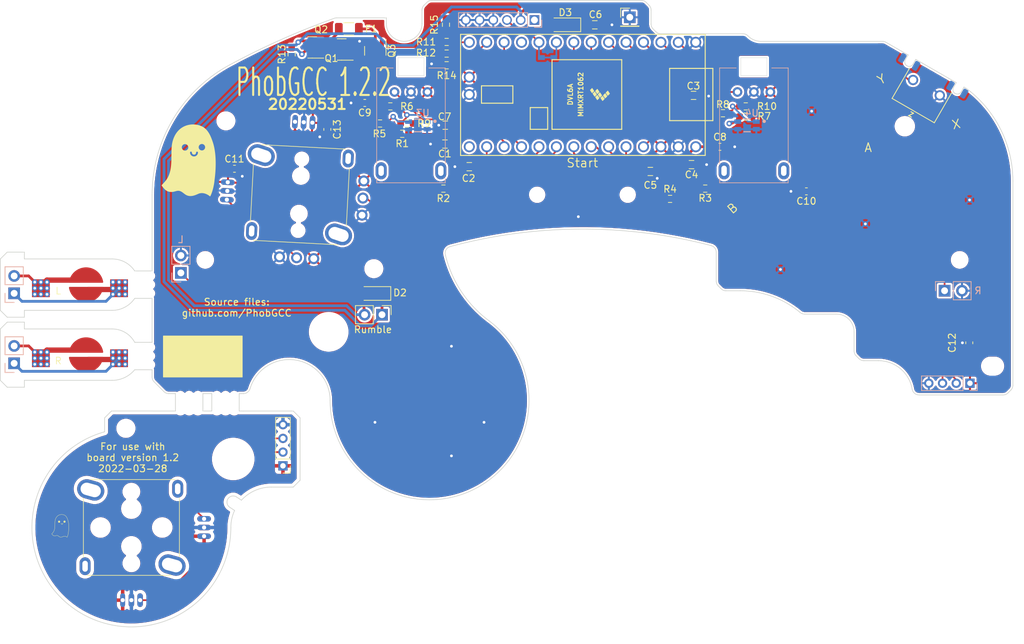
<source format=kicad_pcb>
(kicad_pcb (version 20211014) (generator pcbnew)
  (layers (0 "F.Cu" signal) (31 "B.Cu" signal) (36 "B.SilkS" user "B.Silkscreen") (37 "F.SilkS" user "F.Silkscreen") (38 "B.Mask" user) (39 "F.Mask" user) (44 "Edge.Cuts" user))
  (net 0 "")
  (net 1 "GND")
  (net 2 "+3V3")
  (net 3 "/C_x")
  (net 4 "/C_y")
  (net 5 "/A")
  (net 6 "/B")
  (net 7 "/X")
  (net 8 "/Y")
  (net 9 "/R")
  (net 10 "/Start")
  (net 11 "/Z")
  (net 12 "/Dleft")
  (net 13 "/Dup")
  (net 14 "/Dright")
  (net 15 "/Ddown")
  (net 16 "/Lanalog")
  (net 17 "/Ranalog")
  (net 18 "/Stick_x")
  (net 19 "/Stick_y")
  (net 20 "/L")
  (net 21 "/Stick_x_filt")
  (net 22 "/Stick_y_filt")
  (net 23 "+5V")
  (net 25 "/Rumble")
  (net 27 "/C_x_filt")
  (net 28 "/C_y_filt")
  (net 29 "Net-(R5-Pad2)")
  (net 30 "Net-(R6-Pad2)")
  (net 31 "Net-(R7-Pad2)")
  (net 32 "Net-(Q1-Pad1)")
  (net 33 "Net-(R10-Pad2)")
  (net 34 "Net-(C6-Pad1)")
  (net 35 "Net-(F1-Pad2)")
  (net 36 "Net-(Q1-Pad3)")
  (net 37 "/Brake")
  (net 38 "Net-(Q3-Pad1)")
  (net 39 "Net-(D2-Pad2)")
  (net 40 "/Data")
  (net 42 "VCC")
  (net 43 "Net-(J4-Pad2)")
  (net 44 "Net-(J4-Pad3)")
  (net 49 "Net-(J6-Pad1)")
  (net 50 "Net-(J6-Pad2)")
  (net 51 "Net-(J7-Pad1)")
  (net 52 "Net-(J7-Pad2)")
  (footprint "PhobGCC_Footprints:ABXY_Contact_Omron_Switch" (layer "F.Cu") (at 153.85 78.35)
    (fp_text reference "SW1" hide)
    (fp_text value "A")
  )
  (footprint "PhobGCC_Footprints:ABXY_Contact_Omron_Switch" (layer "F.Cu") (at 138.65 86.05 41)
    (fp_text reference "SW2" hide)
    (fp_text value "B")
  )
  (footprint "PhobGCC_Footprints:Z_Switch_Edge" (layer "F.Cu") (at 162.751443 62.775 -30)
    (fp_text reference "SW8" hide)
    (fp_text value "Z")
  )
  (footprint "PhobGCC_Footprints:Dpad_Contact_TL3315NF_2" (layer "F.Cu") (at 82.35 108.4 180)
    (fp_text reference "SW9" hide)
    (fp_text value "Dleft" hide)
  )
  (footprint "PhobGCC_Footprints:Dpad_Contact_TL3315NF_2" (layer "F.Cu") (at 90.3 100.45 -90)
    (fp_text reference "SW10" hide)
    (fp_text value "Dup" hide)
  )
  (footprint "PhobGCC_Footprints:Dpad_Contact_TL3315NF_2" (layer "F.Cu") (at 98.25 108.4 180)
    (fp_text reference "SW11" hide)
    (fp_text value "Dright" hide)
  )
  (footprint "PhobGCC_Footprints:Dpad_Contact_TL3315NF_2" (layer "F.Cu") (at 90.3 116.35 -90)
    (fp_text reference "SW12" hide)
    (fp_text value "Ddown" hide)
  )
  (footprint "Capacitor_SMD:C_0603_1608Metric_Pad1.08x0.95mm_HandSolder" (layer "F.Cu") (at 61.8625 74.6)
    (fp_text reference "C11")
    (fp_text value "1u")
  )
  (footprint "PhobGCC_Footprints:GCC_Stickbox_2" (layer "F.Cu") (at 71.405083 78.398232 -3)
    (fp_text reference "U2" hide)
    (fp_text value "2x DRV5053CAQLPGM Hall Effect Sensors")
  )
  (footprint "Capacitors_SMD:C_0603_HandSoldering" (layer "F.Cu") (at 96.1 74.3 180)
    (fp_text reference "C2")
    (fp_text value "0.047u")
  )
  (footprint "Capacitors_SMD:C_0603_HandSoldering" (layer "F.Cu") (at 92.55 71 180)
    (fp_text reference "C1")
    (fp_text value "0.047u")
  )
  (footprint "Capacitors_SMD:C_0603_HandSoldering" (layer "F.Cu") (at 92.6 68.25 180)
    (fp_text reference "C7")
    (fp_text value "0.047u")
  )
  (footprint "Capacitors_SMD:C_0603_HandSoldering" (layer "F.Cu") (at 128.8 63.9)
    (fp_text reference "C3")
    (fp_text value "0.047u")
  )
  (footprint "Capacitors_SMD:C_0603_HandSoldering" (layer "F.Cu") (at 128.5 74)
    (fp_text reference "C4")
    (fp_text value "0.047u")
  )
  (footprint "PhobGCC_Footprints:Start_Contact" (layer "F.Cu") (at 112.6 78.45)
    (fp_text reference "SW5" hide)
    (fp_text value "Start")
  )
  (footprint "PhobGCC_Footprints:ABXY_Contact_Omron_Switch" (layer "F.Cu") (at 149.85 64.25 -63)
    (fp_text reference "SW4" hide)
    (fp_text value "Y")
  )
  (footprint "Connector_PinHeader_2.54mm:PinHeader_1x01_P2.54mm_Vertical" (layer "F.Cu") (at 119.5 52.5)
    (fp_text reference "J3" hide)
    (fp_text value "Conn_01x01_Male")
  )
  (footprint "PhobGCC_Footprints:Teensy40_Edge_Pins" (layer "F.Cu") (at 112.61 63.77 180)
    (fp_text reference "U1" hide)
    (fp_text value "Teensy4.0")
  )
  (footprint "PhobGCC_Footprints:MountingHole_5.2mm" (layer "F.Cu") (at 75.6 98.4)
    (fp_text reference "H1" hide)
    (fp_text value "5.2mm")
  )
  (footprint "PhobGCC_Footprints:MountingHole_2.0mm" (layer "F.Cu") (at 57.6 87.9)
    (fp_text reference "H3" hide)
    (fp_text value "2mm")
  )
  (footprint "PhobGCC_Footprints:MountingHole_1.8mm" (layer "F.Cu") (at 106 78.4)
    (fp_text reference "H5" hide)
    (fp_text value "1.8mm")
  )
  (footprint "PhobGCC_Footprints:MountingHole_1.8mm" (layer "F.Cu") (at 119.2 78.4)
    (fp_text reference "H6" hide)
    (fp_text value "1.8mm")
  )
  (footprint "PhobGCC_Footprints:MountingHole_2.4mm" (layer "F.Cu") (at 159.6 68.4)
    (fp_text reference "H7" hide)
    (fp_text value "2.4mm")
  )
  (footprint "PhobGCC_Footprints:MountingHole_2.0mm" (layer "F.Cu") (at 167.6 87.9)
    (fp_text reference "H4" hide)
    (fp_text value "2mm")
  )
  (footprint "PhobGCC_Footprints:MountingHole_2.2mm" (layer "F.Cu") (at 60.616622 67.616621)
    (fp_text reference "H8" hide)
    (fp_text value "2.2mm")
  )
  (footprint "PhobGCC_Footprints:ABXY_Contact_Omron_Switch" (layer "F.Cu") (at 168.15 74.95 12)
    (fp_text reference "SW3" hide)
    (fp_text value "X")
  )
  (footprint "PhobGCC_Footprints:Slot" (layer "F.Cu") (at 172.4 103.4)
    (fp_text reference "H2" hide)
    (fp_text value "Slot")
  )
  (footprint "PhobGCC_Footprints:MountingHole_2.2mm" (layer "F.Cu") (at 82.183378 89.183378)
    (fp_text reference "H9" hide)
    (fp_text value "2.2mm")
  )
  (footprint "Capacitors_SMD:C_0603_HandSoldering" (layer "F.Cu") (at 122.5 75)
    (fp_text reference "C5")
    (fp_text value "0.047u")
  )
  (footprint "Resistor_SMD:R_0603_1608Metric_Pad0.98x0.95mm_HandSolder" (layer "F.Cu") (at 92.325 77.5 180)
    (fp_text reference "R2")
    (fp_text value "2k")
  )
  (footprint "Resistor_SMD:R_0603_1608Metric_Pad0.98x0.95mm_HandSolder" (layer "F.Cu") (at 86.325 69.5 180)
    (fp_text reference "R1")
    (fp_text value "2k")
  )
  (footprint "Capacitors_SMD:C_0603_HandSoldering" (layer "F.Cu") (at 114.4 53.6)
    (fp_text reference "C6")
    (fp_text value "10u")
  )
  (footprint "Capacitor_SMD:C_0603_1608Metric_Pad1.08x0.95mm_HandSolder" (layer "F.Cu") (at 132.65 71.4)
    (fp_text reference "C8")
    (fp_text value "1u")
  )
  (footprint "Capacitor_SMD:C_0603_1608Metric_Pad1.08x0.95mm_HandSolder" (layer "F.Cu") (at 169 100 90)
    (fp_text reference "C12")
    (fp_text value "1u")
  )
  (footprint "Capacitor_SMD:C_0603_1608Metric_Pad1.08x0.95mm_HandSolder" (layer "F.Cu") (at 145.25 77.9 180)
    (fp_text reference "C10")
    (fp_text value "1u")
  )
  (footprint "Resistor_SMD:R_1206_3216Metric" (layer "F.Cu") (at 78.5375 54.2)
    (fp_text reference "F1")
    (fp_text value "Fuse")
  )
  (footprint "Resistor_SMD:R_0603_1608Metric_Pad0.98x0.95mm_HandSolder" (layer "F.Cu") (at 92.8 59.5)
    (fp_text reference "R14")
    (fp_text value "10k")
  )
  (footprint "Resistor_SMD:R_0603_1608Metric_Pad0.98x0.95mm_HandSolder" (layer "F.Cu") (at 136.4125 67 180)
    (fp_text reference "R7")
    (fp_text value "DNP")
  )
  (footprint "Capacitor_SMD:C_0603_1608Metric_Pad1.08x0.95mm_HandSolder" (layer "F.Cu") (at 75.4 68.8625 -90)
    (fp_text reference "C13")
    (fp_text value "1u")
  )
  (footprint "PhobGCC_Footprints:Trigger_Contact" (layer "F.Cu") (at 40.22715 91.537503 180)
    (fp_text reference "SW13" hide)
    (fp_text value "L")
  )
  (footprint "PhobGCC_Footprints:breakaway-mousebites-double" (layer "F.Cu") (at 49.855 91.284503 90)
    (fp_text reference "H17")
    (fp_text value "MouseBiteRA" hide)
    (fp_line (start 1.767 -2.537893) (end 1.767 0.002107) (layer "Edge.Cuts") (width 0.1))
    (fp_line (start -2.233 -2.537893) (end -2.233 0.002107) (layer "Edge.Cuts") (width 0.1))
  )
  (footprint "Resistor_SMD:R_0603_1608Metric_Pad0.98x0.95mm_HandSolder" (layer "F.Cu") (at 130.5 77.5)
    (fp_text reference "R3")
    (fp_text value "2k")
  )
  (footprint "Connector_PinHeader_2.00mm:PinHeader_1x04_P2.00mm_Vertical" (layer "F.Cu") (at 68.934 117.951 180)
    (fp_text reference "J4" hide)
    (fp_text value "Conn_01x04_Male")
  )
  (footprint "PhobGCC_Footprints:Trigger_Contact" (layer "F.Cu") (at 40.22715 101.750503 180)
    (fp_text reference "SW14" hide)
    (fp_text value "R")
  )
  (footprint "Resistor_SMD:R_0603_1608Metric_Pad0.98x0.95mm_HandSolder" (layer "F.Cu") (at 125.375 79)
    (fp_text reference "R4")
    (fp_text value "2k")
  )
  (footprint "Diode_SMD:D_SOD-123" (layer "F.Cu") (at 110.097 53.6 180)
    (fp_text reference "D3")
    (fp_text value "M7C")
  )
  (footprint "Resistor_SMD:R_0603_1608Metric_Pad0.98x0.95mm_HandSolder" (layer "F.Cu") (at 133.0875 66.5 180)
    (fp_text reference "R8")
    (fp_text value "DNP")
  )
  (footprint "Package_TO_SOT_SMD:SOT-23" (layer "F.Cu") (at 82.4 57.4 -90)
    (fp_text reference "Q3")
    (fp_text value "Q_NMOS_GSD")
  )
  (footprint "Resistor_SMD:R_0603_1608Metric_Pad0.98x0.95mm_HandSolder" (layer "F.Cu") (at 70.2 57.9 90)
    (fp_text reference "R13")
    (fp_text value "10k")
  )
  (footprint "PhobGCC_Footprints:breakaway-mousebites-double" (layer "F.Cu") (at 55.488 109.94785)
    (fp_text reference "H14")
    (fp_text value "MouseBite" hide)
    (fp_line (start -2.233 -2.537893) (end -2.233 0.002107) (layer "Edge.Cuts") (width 0.1))
    (fp_line (start 1.767 -2.537893) (end 1.767 0.002107) (layer "Edge.Cuts") (width 0.1))
  )
  (footprint "Capacitor_SMD:C_0603_1608Metric_Pad1.08x0.95mm_HandSolder" (layer "F.Cu") (at 80.8625 65 180)
    (fp_text reference "C9")
    (fp_text value "1u")
  )
  (footprint "Resistor_SMD:R_0603_1608Metric_Pad0.98x0.95mm_HandSolder" (layer "F.Cu") (at 83.0875 68)
    (fp_text reference "R5")
    (fp_text value "DNP")
  )
  (footprint "Resistor_SMD:R_0603_1608Metric_Pad0.98x0.95mm_HandSolder" (layer "F.Cu") (at 92.7 53.5875 -90)
    (fp_text reference "R15")
    (fp_text value "10k")
  )
  (footprint "PhobGCC_Footprints:Pin_Header_Straight_1x02_Pitch2.54mm" (layer "F.Cu") (at 83.375 95.9 -90)
    (fp_text reference "J5" hide)
    (fp_text value "Rumble")
  )
  (footprint "PhobGCC_Footprints:Ghost Logo 2" (layer "F.Cu") (at 55.4 73.5)
    (fp_text reference "G***" hide)
    (fp_text value "LOGO" hide)
  )
  (footprint "Resistor_SMD:R_0603_1608Metric_Pad0.98x0.95mm_HandSolder" (layer "F.Cu") (at 84.5875 65.5)
    (fp_text reference "R6")
    (fp_text value "DNP")
  )
  (footprint "PhobGCC_Footprints:GCC_Stickbox_Hall_Only" (layer "F.Cu") (at 46.834 126.951 180)
    (fp_text reference "U5" hide)
    (fp_text value "Stickbox_Assembly")
  )
  (footprint "PhobGCC_Footprints:breakaway-mousebites-double" (layer "F.Cu") (at 49.855 101.701 90)
    (fp_text reference "H16")
    (fp_text value "MouseBiteLA" hide)
    (fp_line (start -2.233 -2.537893) (end -2.233 0.002107) (layer "Edge.Cuts") (width 0.1))
    (fp_line (start 1.767 -2.537893) (end 1.767 0.002107) (layer "Edge.Cuts") (width 0.1))
  )
  (footprint "PhobGCC_Footprints:MountingHole_5.2mm" (layer "F.Cu") (at 61.684 116.951)
    (fp_text reference "H11" hide)
    (fp_text value "MountingHole")
  )
  (footprint "Package_TO_SOT_SMD:SOT-23" (layer "F.Cu") (at 77.5 57.2 180)
    (fp_text reference "Q1")
    (fp_text value "Q_NMOS_GSD")
  )
  (footprint "Diode_SMD:D_SOD-123" (layer "F.Cu") (at 82.4 92.8 180)
    (fp_text reference "D2")
    (fp_text value "M7C")
  )
  (footprint "PhobGCC_Footprints:MountingHole_2.0mm" (layer "F.Cu") (at 51.334 126.951)
    (fp_text reference "H13" hide)
    (fp_text value "MountingHole")
  )
  (footprint "Resistor_SMD:R_0603_1608Metric_Pad0.98x0.95mm_HandSolder" (layer "F.Cu") (at 92.8 56.1 180)
    (fp_text reference "R11")
    (fp_text value "100R")
  )
  (footprint "Resistor_SMD:R_0603_1608Metric_Pad0.98x0.95mm_HandSolder" (layer "F.Cu") (at 136.4125 65.5 180)
    (fp_text reference "R10")
    (fp_text value "DNP")
  )
  (footprint "Gamecube MB:Ghost Logo Small" (layer "F.Cu") (at 36.534 126.751)
    (fp_text reference "G***" hide)
    (fp_text value "LOGO" hide)
  )
  (footprint "PhobGCC_Footprints:breakaway-mousebites-double" (layer "F.Cu") (at 60.789 109.94785)
    (fp_text reference "H15")
    (fp_text value "MouseBite" hide)
    (fp_line (start -2.233 -2.537893) (end -2.233 0.002107) (layer "Edge.Cuts") (width 0.1))
    (fp_line (start 1.767 -2.537893) (end 1.767 0.002107) (layer "Edge.Cuts") (width 0.1))
  )
  (footprint "PhobGCC_Footprints:MountingHole_2.0mm" (layer "F.Cu") (at 42.334 126.951)
    (fp_text reference "H12" hide)
    (fp_text value "MountingHole")
  )
  (footprint "PhobGCC_Footprints:MountingHole_1.8mm" (layer "F.Cu") (at 46.034 112.476)
    (fp_text reference "H10" hide)
    (fp_text value "MountingHole")
  )
  (footprint "Resistor_SMD:R_0603_1608Metric_Pad0.98x0.95mm_HandSolder" (layer "F.Cu") (at 87 68)
    (fp_text reference "R9")
    (fp_text value "DNP")
  )
  (footprint "Package_TO_SOT_SMD:SOT-23" (layer "F.Cu") (at 73.2 56.9 180)
    (fp_text reference "Q2")
    (fp_text value "Q_PMOS_GDS")
  )
  (footprint "Resistor_SMD:R_0603_1608Metric_Pad0.98x0.95mm_HandSolder" (layer "F.Cu") (at 92.8 57.8 180)
    (fp_text reference "R12")
    (fp_text value "100R")
  )
  (footprint "PhobGCC_Footprints:Pin_Header_Straight_1x02_Pitch2.54mm" (layer "B.Cu") (at 54.05 89.8)
    (fp_text reference "SW6" hide)
    (fp_text value "L")
  )
  (footprint "PhobGCC_Footprints:Pin_Header_Straight_1x02_Pitch2.54mm" (layer "B.Cu") (at 165.4 92.4 -90)
    (fp_text reference "SW7" hide)
    (fp_text value "R")
  )
  (footprint "PhobGCC_Footprints:GCC_Slider" (layer "B.Cu") (at 137.6 63.4 180)
    (fp_text reference "RV2" hide)
    (fp_text value "R_POT_MountingPin")
  )
  (footprint "PhobGCC_Footprints:GCC_Slider" (layer "B.Cu") (at 87.6 63.4 180)
    (fp_text reference "RV1" hide)
    (fp_text value "R_POT_MountingPin")
  )
  (footprint "Pin_Headers:Pin_Header_Straight_1x04_Pitch2.00mm" (layer "B.Cu") (at 169.1 105.9 90)
    (fp_text reference "J2" hide)
    (fp_text value "Conn_01x04_Female")
  )
  (footprint "PhobGCC_Footprints:GCC_Header_Straight_1x06_Pitch2.00mm" (layer "B.Cu") (at 105.6 52.9 90)
    (fp_text reference "J1" hide)
    (fp_text value "Conn_01x06_Female")
  )
  (footprint "PhobGCC_Footprints:Pin_Header_Straight_1x02_Pitch2.54mm" (layer "B.Cu") (at 29.74215 92.7825)
    (fp_text reference "J6" hide)
    (fp_text value "L" hide)
  )
  (footprint "PhobGCC_Footprints:Pin_Header_Straight_1x02_Pitch2.54mm" (layer "B.Cu") (at 29.74215 102.9955)
    (fp_text reference "J7" hide)
    (fp_text value "R" hide)
  )
  (footprint "wavbrd:D_SOD-523_Shorted" (layer "B.Cu") (at 107.517 58.375 180)
    (fp_text reference "D1" hide)
    (fp_text value "D_Schottky_Shorted")
  )
  (footprint "PhobGCC_Footprints:Sharp_Microelectronics-GP2S60-MFG" (layer "B.Cu") (at 88.6 68.275 180)
    (fp_text reference "U3")
    (fp_text value "GP2S60-MFG" hide)
  )
  (footprint "PhobGCC_Footprints:Sharp_Microelectronics-GP2S60-MFG" (layer "B.Cu") (at 136.6 68.275 180)
    (fp_text reference "U4")
    (fp_text value "GP2S60-MFG" hide)
  )
  (gr_poly (pts (xy 63 105) (xy 51.5 105) (xy 51.5 99) (xy 63 99)) (layer "F.SilkS") (width 0.1) (fill solid))
  (gr_line (start 85.7 61) (end 85.7 58.4) (layer "Edge.Cuts") (width 0.05))
  (gr_line (start 135.7 61) (end 135.7 58.4) (layer "Edge.Cuts") (width 0.05))
  (gr_arc (start 44.02715 87.767503) (mid 45.892936 88.22739) (end 47.317107 89.517503) (layer "Edge.Cuts") (width 0.1))
  (gr_line (start 161.660995 107.607107) (end 173.942892 107.607107) (layer "Edge.Cuts") (width 0.1))
  (gr_line (start 166.697895 62.732132) (end 167.096672 62.038607) (layer "Edge.Cuts") (width 0.1))
  (gr_arc (start 47.317107 103.934) (mid 45.843391 105.071587) (end 44.02715 105.480503) (layer "Edge.Cuts") (width 0.1))
  (gr_arc (start 52.273 107.41) (mid 51.889393 107.332109) (end 51.564213 107.114213) (layer "Edge.Cuts") (width 0.1))
  (gr_line (start 53.255 107.409957) (end 52.273 107.41) (layer "Edge.Cuts") (width 0.1))
  (gr_line (start 152.207106 98.407107) (end 152.207106 101.192893) (layer "Edge.Cuts") (width 0.1))
  (gr_line (start 153.621319 102.607107) (end 155.744915 102.607107) (layer "Edge.Cuts") (width 0.1))
  (gr_line (start 31.22715 95.267503) (end 44.02715 95.267503) (layer "Edge.Cuts") (width 0.1))
  (gr_line (start 31.22715 105.480503) (end 44.02715 105.480503) (layer "Edge.Cuts") (width 0.1))
  (gr_line (start 71.434 110.951) (end 70.433552 109.95) (layer "Edge.Cuts") (width 0.1))
  (gr_line (start 160.074731 58.000991) (end 156.838573 56.1402) (layer "Edge.Cuts") (width 0.1))
  (gr_line (start 28.72715 106.480503) (end 31.22715 106.480503) (layer "Edge.Cuts") (width 0.1))
  (gr_arc (start 167.824873 63.380144) (mid 166.937378 63.619627) (end 166.697895 62.732132) (layer "Edge.Cuts") (width 0.1))
  (gr_line (start 135.7 58.4) (end 139.5 58.4) (layer "Edge.Cuts") (width 0.05))
  (gr_line (start 27.72715 105.480503) (end 27.72715 97.980503) (layer "Edge.Cuts") (width 0.1))
  (gr_arc (start 49.857105 78.407105) (mid 52.89857 67.369144) (end 61.164446 59.446874) (layer "Edge.Cuts") (width 0.1))
  (gr_line (start 28.72715 86.767503) (end 27.72715 87.767503) (layer "Edge.Cuts") (width 0.1))
  (gr_line (start 174.649999 107.314213) (end 175.064212 106.9) (layer "Edge.Cuts") (width 0.1))
  (gr_line (start 161.201709 58.649003) (end 160.802932 59.342529) (layer "Edge.Cuts") (width 0.1))
  (gr_line (start 31.22715 106.480503) (end 31.22715 105.480503) (layer "Edge.Cuts") (width 0.1))
  (gr_line (start 89.5 61) (end 85.7 61) (layer "Edge.Cuts") (width 0.05))
  (gr_line (start 31.22715 87.767503) (end 44.02715 87.767503) (layer "Edge.Cuts") (width 0.1))
  (gr_arc (start 131.359616 85.813703) (mid 131.898469 86.16995) (end 132.107106 86.781297) (layer "Edge.Cuts") (width 0.1))
  (gr_line (start 43.934 109.947107) (end 42.934 110.951) (layer "Edge.Cuts") (width 0.1))
  (gr_arc (start 92.608864 87.15648) (mid 92.720453 86.410866) (end 93.320992 85.955076) (layer "Edge.Cuts") (width 0.1))
  (gr_arc (start 89.207106 53.407107) (mid 86.607106 56.007107) (end 84.007106 53.407107) (layer "Edge.Cuts") (width 0.1))
  (gr_line (start 89.207106 51.450963) (end 89.207106 53.407107) (layer "Edge.Cuts") (width 0.1))
  (gr_arc (start 89.207106 51.450963) (mid 89.283226 51.068279) (end 89.499999 50.743856) (layer "Edge.Cuts") (width 0.1))
  (gr_line (start 168.607106 62.907107) (end 168.22365 62.68662) (layer "Edge.Cuts") (width 0.1))
  (gr_arc (start 133.521318 92.407107) (mid 133.138635 92.330986) (end 132.814212 92.114213) (layer "Edge.Cuts") (width 0.1))
  (gr_line (start 27.72715 95.267503) (end 28.72715 96.267503) (layer "Edge.Cuts") (width 0.1))
  (gr_arc (start 93.320992 85.955077) (mid 112.331099 83.40762) (end 131.359616 85.813703) (layer "Edge.Cuts") (width 0.1))
  (gr_arc (start 138.607106 56.007107) (mid 137.591534 55.800559) (end 136.737319 55.213733) (layer "Edge.Cuts") (width 0.1))
  (gr_arc (start 61.334 126.951) (mid 61.472532 125.679653) (end 61.881893 124.468069) (layer "Edge.Cuts") (width 0.1))
  (gr_line (start 28.72715 96.267503) (end 31.22715 96.267503) (layer "Edge.Cuts") (width 0.1))
  (gr_arc (start 44.02715 97.980503) (mid 45.943168 98.500784) (end 47.317107 99.934) (layer "Edge.Cuts") (width 0.1))
  (gr_line (start 61.181382 124.001563) (end 61.881893 124.468069) (layer "Edge.Cuts") (width 0.1))
  (gr_line (start 132.399999 91.7) (end 132.814212 92.114213) (layer "Edge.Cuts") (width 0.1))
  (gr_line (start 57.255 109.949957) (end 58.556 109.949957) (layer "Edge.Cuts") (width 0.1))
  (gr_line (start 42.934 110.951) (end 42.934 112.985328) (layer "Edge.Cuts") (width 0.1))
  (gr_line (start 31.22715 96.267503) (end 31.22715 95.267503) (layer "Edge.Cuts") (width 0.1))
  (gr_line (start 63.178 109.95) (end 62.556 109.949957) (layer "Edge.Cuts") (width 0.1))
  (gr_line (start 49.857107 89.517503) (end 49.857 78.407105) (layer "Edge.Cuts") (width 0.1))
  (gr_line (start 53.255 109.949957) (end 43.934 109.947107) (layer "Edge.Cuts") (width 0.1))
  (gr_arc (start 122.314213 50.743856) (mid 122.530986 51.068279) (end 122.607106 51.450963) (layer "Edge.Cuts") (width 0.1))
  (gr_line (start 152.499999 101.9) (end 152.914212 102.314213) (layer "Edge.Cuts") (width 0.1))
  (gr_line (start 31.22715 96.980503) (end 31.22715 97.980503) (layer "Edge.Cuts") (width 0.1))
  (gr_line (start 57.255 107.409957) (end 58.556 107.409957) (layer "Edge.Cuts") (width 0.1))
  (gr_arc (start 168.607106 62.907107) (mid 173.575565 68.860378) (end 175.357106 76.407107) (layer "Edge.Cuts") (width 0.1))
  (gr_arc (start 61.181382 124.001563) (mid 60.931149 122.753612) (end 62.1791 122.503378) (layer "Edge.Cuts") (width 0.1))
  (gr_arc (start 76.443548 52.638395) (mid 76.609241 52.594793) (end 76.779945 52.580115) (layer "Edge.Cuts") (width 0.1))
  (gr_line (start 89.914212 50.329643) (end 89.499999 50.743856) (layer "Edge.Cuts") (width 0.1))
  (gr_arc (start 135.607106 92.407106) (mid 140.249987 93.223411) (end 144.335996 95.574417) (layer "Edge.Cuts") (width 0.1))
  (gr_arc (start 144.977271 95.807106) (mid 144.636178 95.747135) (end 144.335996 95.574417) (layer "Edge.Cuts") (width 0.1))
  (gr_line (start 168.22365 62.68662) (end 167.824873 63.380145) (layer "Edge.Cuts") (width 0.1))
  (gr_line (start 31.22715 86.767503) (end 31.22715 87.767503) (layer "Edge.Cuts") (width 0.1))
  (gr_line (start 139.5 58.4) (end 139.5 61) (layer "Edge.Cuts") (width 0.05))
  (gr_line (start 122.607106 53.494375) (end 122.607106 51.450963) (layer "Edge.Cuts") (width 0.1))
  (gr_arc (start 124.021319 54.908589) (mid 123.638635 54.832469) (end 123.314212 54.615696) (layer "Edge.Cuts") (width 0.1))
  (gr_line (start 84.007106 52.580115) (end 76.779945 52.580115) (layer "Edge.Cuts") (width 0.1))
  (gr_line (start 70.434 121.051) (end 71.434 120.051) (layer "Edge.Cuts") (width 0.1))
  (gr_line (start 122.314212 50.743856) (end 121.899999 50.329643) (layer "Edge.Cuts") (width 0.1))
  (gr_arc (start 64.135292 106.694399) (mid 70.711063 102.508705) (end 75.807105 108.407107) (layer "Edge.Cuts") (width 0.1))
  (gr_line (start 85.7 58.4) (end 89.5 58.4) (layer "Edge.Cuts") (width 0.05))
  (gr_arc (start 155.744914 102.607106) (mid 158.972401 103.788293) (end 160.674982 106.773773) (layer "Edge.Cuts") (width 0.1))
  (gr_line (start 167.096672 62.038607) (end 161.201709 58.649003) (layer "Edge.Cuts") (width 0.1))
  (gr_arc (start 47.317107 93.517503) (mid 45.888742 94.799731) (end 44.02715 95.267503) (layer "Edge.Cuts") (width 0.1))
  (gr_arc (start 122.899999 54.201482) (mid 122.683226 53.877059) (end 122.607106 53.494375) (layer "Edge.Cuts") (width 0.1))
  (gr_line (start 132.107106 86.781297) (end 132.107106 90.992893) (layer "Edge.Cuts") (width 0.1))
  (gr_line (start 49.857107 93.517503) (end 49.857107 99.934) (layer "Edge.Cuts") (width 0.1))
  (gr_arc (start 98.971544 96.780519) (mid 96.811553 121.366358) (end 75.807105 108.407107) (layer "Edge.Cuts") (width 0.1))
  (gr_arc (start 89.914212 50.329642) (mid 90.238635 50.112869) (end 90.621319 50.036749) (layer "Edge.Cuts") (width 0.1))
  (gr_line (start 84.007106 53.407107) (end 84.007106 52.580115) (layer "Edge.Cuts") (width 0.1))
  (gr_arc (start 153.621318 102.607107) (mid 153.238635 102.530986) (end 152.914212 102.314213) (layer "Edge.Cuts") (width 0.1))
  (gr_line (start 136.01817 54.908589) (end 124.021319 54.908589) (layer "Edge.Cuts") (width 0.1))
  (gr_line (start 71.434 120.051) (end 71.434 110.951) (layer "Edge.Cuts") (width 0.1))
  (gr_arc (start 61.164445 59.446874) (mid 68.67439 55.751781) (end 76.443548 52.638394) (layer "Edge.Cuts") (width 0.1))
  (gr_line (start 175.357106 106.192893) (end 175.357106 76.407107) (layer "Edge.Cuts") (width 0.1))
  (gr_arc (start 152.499999 101.9) (mid 152.283226 101.575577) (end 152.207106 101.192893) (layer "Edge.Cuts") (width 0.1))
  (gr_arc (start 161.660994 107.607107) (mid 161.015497 107.370869) (end 160.674982 106.773773) (layer "Edge.Cuts") (width 0.1))
  (gr_line (start 31.22715 97.980503) (end 44.02715 97.980503) (layer "Edge.Cuts") (width 0.1))
  (gr_arc (start 62.87961 122.969883) (mid 64.854619 121.551634) (end 67.234 121.051) (layer "Edge.Cuts") (width 0.1))
  (gr_line (start 121.192892 50.036749) (end 90.621319 50.036749) (layer "Edge.Cuts") (width 0.1))
  (gr_line (start 156.340102 56.007107) (end 138.607106 56.007107) (layer "Edge.Cuts") (width 0.1))
  (gr_line (start 89.5 58.4) (end 89.5 61) (layer "Edge.Cuts") (width 0.05))
  (gr_line (start 50.15 105.7) (end 51.564213 107.114213) (layer "Edge.Cuts") (width 0.1))
  (gr_line (start 159.675954 58.694516) (end 160.074731 58.000991) (layer "Edge.Cuts") (width 0.1))
  (gr_arc (start 160.802932 59.342528) (mid 159.915437 59.582011) (end 159.675954 58.694516) (layer "Edge.Cuts") (width 0.1))
  (gr_line (start 27.72715 105.480503) (end 28.72715 106.480503) (layer "Edge.Cuts") (width 0.1))
  (gr_line (start 139.5 61) (end 135.7 61) (layer "Edge.Cuts") (width 0.05))
  (gr_arc (start 174.649999 107.314214) (mid 174.325576 107.530987) (end 173.942892 107.607107) (layer "Edge.Cuts") (width 0.1))
  (gr_arc (start 175.357106 106.192894) (mid 175.280985 106.575577) (end 175.064212 106.9) (layer "Edge.Cuts") (width 0.1))
  (gr_arc (start 121.192893 50.036749) (mid 121.575576 50.11287) (end 121.899999 50.329643) (layer "Edge.Cuts") (width 0.1))
  (gr_arc (start 98.971543 96.780519) (mid 94.948818 92.52476) (end 92.608865 87.156481) (layer "Edge.Cuts") (width 0.1))
  (gr_arc (start 149.607106 95.807107) (mid 151.445584 96.568629) (end 152.207106 98.407107) (layer "Edge.Cuts") (width 0.1))
  (gr_line (start 49.857107 103.934) (end 49.857 104.992893) (layer "Edge.Cuts") (width 0.1))
  (gr_arc (start 136.01817 54.908589) (mid 136.408775 54.98803) (end 136.737319 55.213733) (layer "Edge.Cuts") (width 0.1))
  (gr_line (start 27.72715 95.267503) (end 27.72715 87.767503) (layer "Edge.Cuts") (width 0.1))
  (gr_arc (start 61.334 126.951) (mid 38.067168 138.501444) (end 42.934 112.985328) (layer "Edge.Cuts") (width 0.1))
  (gr_line (start 63.178 109.95) (end 70.433552 109.95) (layer "Edge.Cuts") (width 0.1))
  (gr_line (start 28.72715 96.980503) (end 27.72715 97.980503) (layer "Edge.Cuts") (width 0.1))
  (gr_line (start 28.72715 86.767503) (end 31.22715 86.767503) (layer "Edge.Cuts") (width 0.1))
  (gr_line (start 63.18 107.41) (end 62.556 107.409957) (layer "Edge.Cuts") (width 0.1))
  (gr_arc (start 156.340102 56.007106) (mid 156.598069 56.040952) (end 156.838573 56.1402) (layer "Edge.Cuts") (width 0.1))
  (gr_line (start 123.314212 54.615696) (end 122.899999 54.201482) (layer "Edge.Cuts") (width 0.1))
  (gr_arc (start 64.135291 106.694399) (mid 63.775496 107.209525) (end 63.18 107.41) (layer "Edge.Cuts") (width 0.1))
  (gr_line (start 28.72715 96.980503) (end 31.22715 96.980503) (layer "Edge.Cuts") (width 0.1))
  (gr_line (start 144.977271 95.807107) (end 149.607106 95.807107) (layer "Edge.Cuts") (width 0.1))
  (gr_arc (start 132.399999 91.7) (mid 132.183226 91.375577) (end 132.107106 90.992893) (layer "Edge.Cuts") (width 0.1))
  (gr_arc (start 50.149999 105.7) (mid 49.933191 105.37558) (end 49.857 104.992893) (layer "Edge.Cuts") (width 0.1))
  (gr_line (start 67.234 121.051) (end 70.434 121.051) (layer "Edge.Cuts") (width 0.1))
  (gr_line (start 62.87961 122.969883) (end 62.1791 122.503378) (layer "Edge.Cuts") (width 0.1))
  (gr_line (start 133.521319 92.407107) (end 135.607106 92.407107) (layer "Edge.Cuts") (width 0.1))
  (gr_text "For use with\nboard version 1.2\n2022-03-28" (at 47.034 116.751) (layer "F.SilkS") (effects (font (size 1 1))))
  (gr_text "20220531" (at 72.5 65.2) (layer "F.SilkS") (effects (font (size 1.5 1.5) (thickness 0.3))))
  (gr_text "PhobGCC 1.2.2" (at 73.4 62) (layer "F.SilkS") (effects (font (size 4 2) (thickness 0.3))))
  (gr_text "Source files:\ngithub.com/PhobGCC" (at 62.2 94.85) (layer "F.SilkS") (effects (font (size 1 1))))
  (segment (start 80.8625 56.4625) (end 80.4 56) (width 0.4) (layer "F.Cu") (net 1))
  (segment (start 81.45 56.4625) (end 80.8625 56.4625) (width 0.4) (layer "F.Cu") (net 1))
  (segment (start 74.3 69.95) (end 74.525 69.725) (width 0.25) (layer "F.Cu") (net 1))
  (segment (start 168.8625 99.1375) (end 168 100) (width 0.25) (layer "F.Cu") (net 1))
  (segment (start 74.525 69.725) (end 75.4 69.725) (width 0.25) (layer "F.Cu") (net 1))
  (segment (start 144.3 77.9) (end 143 77.9) (width 0.4) (layer "F.Cu") (net 1))
  (segment (start 92.925 52.9) (end 95.6 52.9) (width 0.25) (layer "F.Cu") (net 1))
  (segment (start 90.8 59.5) (end 90.6 59.3) (width 0.25) (layer "F.Cu") (net 1))
  (segment (start 129.75 63.9) (end 130.9 63.9) (width 0.25) (layer "F.Cu") (net 1))
  (segment (start 80.4 56) (end 80.1 56) (width 0.4) (layer "F.Cu") (net 1))
  (segment (start 62.725 75.425) (end 63 75.7) (width 0.25) (layer "F.Cu") (net 1))
  (segment (start 115.35 53.6) (end 116.9 53.6) (width 0.4) (layer "F.Cu") (net 1))
  (segment (start 123.5 76) (end 123.5 75.05) (width 0.25) (layer "F.Cu") (net 1))
  (segment (start 129.45 74) (end 130.700002 74) (width 0.25) (layer "F.Cu") (net 1))
  (segment (start 95.15 74.3) (end 94.000002 74.3) (width 0.25) (layer "F.Cu") (net 1))
  (segment (start 62.725 74.6) (end 62.725 75.425) (width 0.25) (layer "F.Cu") (net 1))
  (segment (start 91.6 71) (end 90.450002 71) (width 0.25) (layer "F.Cu") (net 1))
  (segment (start 80 65) (end 78.8625 65) (width 0.25) (layer "F.Cu") (net 1))
  (segment (start 79.85 56.25) (end 80.1 56) (width 0.4) (layer "F.Cu") (net 1))
  (segment (start 134.8 71.4) (end 133.6 71.4) (width 0.4) (layer "F.Cu") (net 1))
  (segment (start 91.8875 59.5) (end 90.8 59.5) (width 0.25) (layer "F.Cu") (net 1))
  (segment (start 130.9 63.9) (end 131 64) (width 0.25) (layer "F.Cu") (net 1))
  (segment (start 78.4375 56.25) (end 79.85 56.25) (width 0.4) (layer "F.Cu") (net 1))
  (via (at 98.25 111.6) (size 0.8) (drill 0.4) (layers "F.Cu" "B.Cu") (net 1))
  (via (at 91.65 68.25) (size 0.8) (drill 0.4) (layers "F.Cu" "B.Cu") (net 1))
  (via (at 80.1 56) (size 0.8) (drill 0.4) (layers "F.Cu" "B.Cu") (net 1))
  (via (at 123.5 76) (size 0.8) (drill 0.4) (layers "F.Cu" "B.Cu") (net 1))
  (via (at 143 77.9) (size 0.8) (drill 0.4) (layers "F.Cu" "B.Cu") (net 1))
  (via (at 94.000002 74.3) (size 0.8) (drill 0.4) (layers "F.Cu" "B.Cu") (net 1))
  (via (at 112 81.6) (size 0.8) (drill 0.4) (layers "F.Cu" "B.Cu") (net 1))
  (via (at 63 75.7) (size 0.8) (drill 0.4) (layers "F.Cu" "B.Cu") (net 1))
  (via (at 93.5 116.5) (size 0.8) (drill 0.4) (layers "F.Cu" "B.Cu") (net 1))
  (via (at 78.8625 65) (size 0.8) (drill 0.4) (layers "F.Cu" "B.Cu") (net 1))
  (via (at 130.700002 74) (size 0.8) (drill 0.4) (layers "F.Cu" "B.Cu") (net 1))
  (via (at 90.6 59.3) (size 0.8) (drill 0.4) (layers "F.Cu" "B.Cu") (net 1))
  (via (at 131 64) (size 0.8) (drill 0.4) (layers "F.Cu" "B.Cu") (net 1))
  (via (at 93.5 100.5) (size 0.8) (drill 0.4) (layers "F.Cu" "B.Cu") (net 1))
  (via (at 116.9 53.6) (size 0.8) (drill 0.4) (layers "F.Cu" "B.Cu") (net 1))
  (via (at 90.450002 71) (size 0.8) (drill 0.4) (layers "F.Cu" "B.Cu") (net 1))
  (via (at 134.8 71.4) (size 0.8) (drill 0.4) (layers "F.Cu" "B.Cu") (net 1))
  (via (at 74.3 69.95) (size 0.8) (drill 0.4) (layers "F.Cu" "B.Cu") (net 1))
  (via (at 168 100) (size 0.8) (drill 0.4) (layers "F.Cu" "B.Cu") (net 1))
  (via (at 82.35 111.6) (size 0.8) (drill 0.4) (layers "F.Cu" "B.Cu") (net 1))
  (segment (start 89.95 68.825) (end 91.075 68.825) (width 0.25) (layer "B.Cu") (net 1))
  (segment (start 91.075 68.825) (end 91.65 68.25) (width 0.25) (layer "B.Cu") (net 1))
  (segment (start 131.325 77.5) (end 139.2 77.5) (width 0.25) (layer "F.Cu") (net 3))
  (segment (start 139.2 77.5) (end 167.1 105.4) (width 0.25) (layer "F.Cu") (net 3))
  (segment (start 126.2 79) (end 139.6 79) (width 0.25) (layer "F.Cu") (net 4))
  (segment (start 165.1 104.5) (end 165.1 105.9) (width 0.25) (layer "F.Cu") (net 4))
  (segment (start 139.6 79) (end 165.1 104.5) (width 0.25) (layer "F.Cu") (net 4))
  (segment (start 142.7 72.2) (end 140.5 70) (width 0.25) (layer "F.Cu") (net 5))
  (segment (start 140.525 61.4) (end 135.4 61.4) (width 0.25) (layer "F.Cu") (net 5))
  (segment (start 140.5 70) (end 140.5 65.5) (width 0.25) (layer "F.Cu") (net 5))
  (segment (start 140.5 65.5) (end 141.5 64.5) (width 0.25) (layer "F.Cu") (net 5))
  (segment (start 119.619989 59.349989) (end 116.42 56.15) (width 0.25) (layer "F.Cu") (net 5))
  (segment (start 141.5 62.375) (end 140.525 61.4) (width 0.25) (layer "F.Cu") (net 5))
  (segment (start 141.5 64.5) (end 141.5 62.375) (width 0.25) (layer "F.Cu") (net 5))
  (segment (start 153.85 73.25) (end 152.8 72.2) (width 0.25) (layer "F.Cu") (net 5))
  (segment (start 133.349989 59.349989) (end 119.619989 59.349989) (width 0.25) (layer "F.Cu") (net 5))
  (segment (start 135.4 61.4) (end 133.349989 59.349989) (width 0.25) (layer "F.Cu") (net 5))
  (segment (start 152.8 72.2) (end 142.7 72.2) (width 0.25) (layer "F.Cu") (net 5))
  (segment (start 133.019265 80) (end 133.019265 80.004933) (width 0.25) (layer "F.Cu") (net 6))
  (segment (start 123.2 80) (end 133.019265 80) (width 0.25) (layer "F.Cu") (net 6))
  (segment (start 113.88 71.39) (end 114.59 71.39) (width 0.25) (layer "F.Cu") (net 6))
  (segment (start 133.019265 80.004933) (end 135.894552 82.88022) (width 0.25) (layer "F.Cu") (net 6))
  (segment (start 114.59 71.39) (end 123.2 80) (width 0.25) (layer "F.Cu") (net 6))
  (segment (start 132.812155 57.849958) (end 125.739958 57.849958) (width 0.25) (layer "F.Cu") (net 7))
  (segment (start 167.5 70.7) (end 153.799989 56.999989) (width 0.25) (layer "F.Cu") (net 7))
  (segment (start 125.739958 57.849958) (end 124.04 56.15) (width 0.25) (layer "F.Cu") (net 7))
  (segment (start 133.662124 56.999989) (end 132.812155 57.849958) (width 0.25) (layer "F.Cu") (net 7))
  (segment (start 153.799989 56.999989) (end 133.662124 56.999989) (width 0.25) (layer "F.Cu") (net 7))
  (segment (start 133.869235 57.5) (end 152.5 57.5) (width 0.25) (layer "F.Cu") (net 8))
  (segment (start 154.5 59.5) (end 154.5 61.457318) (width 0.25) (layer "F.Cu") (net 8))
  (segment (start 123.699968 58.349968) (end 133.019267 58.349968) (width 0.25) (layer "F.Cu") (net 8))
  (segment (start 121.5 56.15) (end 123.699968 58.349968) (width 0.25) (layer "F.Cu") (net 8))
  (segment (start 133.019267 58.349968) (end 133.869235 57.5) (width 0.25) (layer "F.Cu") (net 8))
  (segment (start 152.5 57.5) (end 154.5 59.5) (width 0.25) (layer "F.Cu") (net 8))
  (segment (start 135.2 58) (end 139.713906 58) (width 0.25) (layer "F.Cu") (net 9))
  (segment (start 141.301933 65.887819) (end 141.301933 69.301933) (width 0.25) (layer "F.Cu") (net 9))
  (segment (start 142.5 60.786094) (end 142.5 64.689752) (width 0.25) (layer "F.Cu") (net 9))
  (segment (start 141.301933 69.301933) (end 143.5 71.5) (width 0.25) (layer "F.Cu") (net 9))
  (segment (start 118.96 56.15) (end 121.659978 58.849978) (width 0.25) (layer "F.Cu") (net 9))
  (segment (start 139.713906 58) (end 142.5 60.786094) (width 0.25) (layer "F.Cu") (net 9))
  (segment (start 165.4 80.9) (end 165.4 92.4) (width 0.25) (layer "F.Cu") (net 9))
  (segment (start 143.5 71.5) (end 156 71.5) (width 0.25) (layer "F.Cu") (net 9))
  (segment (start 134.350022 58.849978) (end 135.2 58) (width 0.25) (layer "F.Cu") (net 9))
  (segment (start 156 71.5) (end 165.4 80.9) (width 0.25) (layer "F.Cu") (net 9))
  (segment (start 121.659978 58.849978) (end 134.350022 58.849978) (width 0.25) (layer "F.Cu") (net 9))
  (segment (start 142.5 64.689752) (end 141.301933 65.887819) (width 0.25) (layer "F.Cu") (net 9))
  (segment (start 113.1 75.25) (end 113.1 74.1) (width 0.25) (layer "F.Cu") (net 10))
  (segment (start 111.34 72.34) (end 113.1 74.1) (width 0.25) (layer "F.Cu") (net 10))
  (segment (start 111.34 71.39) (end 111.34 72.34) (width 0.25) (layer "F.Cu") (net 10))
  (segment (start 131.835524 56.499978) (end 130.985553 57.349949) (width 0.25) (layer "F.Cu") (net 11))
  (segment (start 127.779948 57.349948) (end 126.58 56.15) (width 0.25) (layer "F.Cu") (net 11))
  (segment (start 130.985553 57.349949) (end 127.779948 57.349948) (width 0.25) (layer "F.Cu") (net 11))
  (segment (start 154.999978 56.499978) (end 131.835524 56.499978) (width 0.25) (layer "F.Cu") (net 11))
  (segment (start 160.15 61.65) (end 154.999978 56.499978) (width 0.25) (layer "F.Cu") (net 11))
  (segment (start 160.802886 61.65) (end 160.15 61.65) (width 0.25) (layer "F.Cu") (net 11))
  (segment (start 84.5 98.75) (end 88.75 94.5) (width 0.25) (layer "F.Cu") (net 12))
  (segment (start 97.725 80.6) (end 106.26 72.065) (width 0.25) (layer "F.Cu") (net 12))
  (segment (start 82.35 105.2) (end 82.35 104.15) (width 0.25) (layer "F.Cu") (net 12))
  (segment (start 88.75 94.5) (end 88.75 83.7) (width 0.25) (layer "F.Cu") (net 12))
  (segment (start 84.5 102) (end 84.5 98.75) (width 0.25) (layer "F.Cu") (net 12))
  (segment (start 91.85 80.6) (end 97.725 80.6) (width 0.25) (layer "F.Cu") (net 12))
  (segment (start 82.35 104.15) (end 84.5 102) (width 0.25) (layer "F.Cu") (net 12))
  (segment (start 88.75 83.7) (end 91.85 80.6) (width 0.25) (layer "F.Cu") (net 12))
  (segment (start 106.26 72.065) (end 106.26 71.39) (width 0.25) (layer "F.Cu") (net 12))
  (segment (start 90.3 94.7) (end 87.1 97.9) (width 0.25) (layer "F.Cu") (net 13))
  (segment (start 98.6 82.2) (end 93.3 82.2) (width 0.25) (layer "F.Cu") (net 13))
  (segment (start 87.1 97.9) (end 87.1 100.45) (width 0.25) (layer "F.Cu") (net 13))
  (segment (start 108.8 72) (end 98.6 82.2) (width 0.25) (layer "F.Cu") (net 13))
  (segment (start 90.3 85.2) (end 90.3 94.7) (width 0.25) (layer "F.Cu") (net 13))
  (segment (start 93.3 82.2) (end 90.3 85.2) (width 0.25) (layer "F.Cu") (net 13))
  (segment (start 91.25 95.25) (end 91.25 85.95) (width 0.25) (layer "F.Cu") (net 14))
  (segment (start 113.88 59.02) (end 113.88 56.15) (width 0.25) (layer "F.Cu") (net 14))
  (segment (start 94.2 83) (end 99.092351 83) (width 0.25) (layer "F.Cu") (net 14))
  (segment (start 98.25 105.2) (end 98.25 102.25) (width 0.25) (layer "F.Cu") (net 14))
  (segment (start 98.25 102.25) (end 91.25 95.25) (width 0.25) (layer "F.Cu") (net 14))
  (segment (start 110.1 62.8) (end 113.88 59.02) (width 0.25) (layer "F.Cu") (net 14))
  (segment (start 110.1 71.992351) (end 110.1 62.8) (width 0.25) (layer "F.Cu") (net 14))
  (segment (start 91.25 85.95) (end 94.2 83) (width 0.25) (layer "F.Cu") (net 14))
  (segment (start 99.092351 83) (end 110.1 71.992351) (width 0.25) (layer "F.Cu") (net 14))
  (segment (start 98.2 81.4) (end 92.6 81.4) (width 0.25) (layer "F.Cu") (net 15))
  (segment (start 89.5 84.5) (end 89.5 94.5) (width 0.25) (layer "F.Cu") (net 15))
  (segment (start 85.5 104.397489) (end 87 105.897489) (width 0.25) (layer "F.Cu") (net 15))
  (segment (start 111.34 56.15) (end 111.34 58.86) (width 0.25) (layer "F.Cu") (net 15))
  (segment (start 92.6 81.4) (end 89.5 84.5) (width 0.25) (layer "F.Cu") (net 15))
  (segment (start 107.5 62.7) (end 107.5 72.1) (width 0.25) (layer "F.Cu") (net 15))
  (segment (start 89.5 94.5) (end 85.5 98.5) (width 0.25) (layer "F.Cu") (net 15))
  (segment (start 87 105.897489) (end 87 116.25) (width 0.25) (layer "F.Cu") (net 15))
  (segment (start 85.5 98.5) (end 85.5 104.397489) (width 0.25) (layer "F.Cu") (net 15))
  (segment (start 107.5 72.1) (end 98.2 81.4) (width 0.25) (layer "F.Cu") (net 15))
  (segment (start 111.34 58.86) (end 107.5 62.7) (width 0.25) (layer "F.Cu") (net 15))
  (segment (start 89.2 67.4) (end 93.55 67.4) (width 0.25) (layer "F.Cu") (net 16))
  (segment (start 99.73 67.4) (end 103.72 71.39) (width 0.25) (layer "F.Cu") (net 16))
  (segment (start 87.9125 68) (end 88.6 68) (width 0.25) (layer "F.Cu") (net 16))
  (segment (start 93.55 68.25) (end 93.55 67.4) (width 0.25) (layer "F.Cu") (net 16))
  (segment (start 88.6 68) (end 89.2 67.4) (width 0.25) (layer "F.Cu") (net 16))
  (segment (start 93.55 67.4) (end 99.73 67.4) (width 0.25) (layer "F.Cu") (net 16))
  (segment (start 85.2 63.4) (end 89.2 67.4) (width 0.25) (layer "F.Cu") (net 16))
  (segment (start 127.89 65) (end 121.5 71.39) (width 0.25) (layer "F.Cu") (net 17))
  (segment (start 131.9 66.225) (end 131.9 65) (width 0.25) (layer "F.Cu") (net 17))
  (segment (start 133.5 63.4) (end 131.9 65) (width 0.25) (layer "F.Cu") (net 17))
  (segment (start 131.9 65) (end 127.89 65) (width 0.25) (layer "F.Cu") (net 17))
  (segment (start 135.2 63.4) (end 133.5 63.4) (width 0.25) (layer "F.Cu") (net 17))
  (segment (start 127.85 64.96) (end 127.89 65) (width 0.25) (layer "F.Cu") (net 17))
  (segment (start 127.85 63.9) (end 127.85 64.96) (width 0.25) (layer "F.Cu") (net 17))
  (segment (start 76.35 71.5) (end 77.785987 70.064013) (width 0.25) (layer "F.Cu") (net 18))
  (segment (start 73.3 71.5) (end 70.691585 68.891585) (width 0.25) (layer "F.Cu") (net 18))
  (segment (start 69 85.662032) (end 69 70.893) (width 0.25) (layer "F.Cu") (net 18))
  (segment (start 70.923592 87.585624) (end 69 85.662032) (width 0.25) (layer "F.Cu") (net 18))
  (segment (start 69 70.893) (end 69 70.58317) (width 0.25) (layer "F.Cu") (net 18))
  (segment (start 84.935987 70.064013) (end 85.5 69.5) (width 0.25) (layer "F.Cu") (net 18))
  (segment (start 70.691585 68.891585) (end 70.691585 67.746292) (width 0.25) (layer "F.Cu") (net 18))
  (segment (start 69 70.58317) (end 70.691585 68.891585) (width 0.25) (layer "F.Cu") (net 18))
  (segment (start 73.3 71.5) (end 76.35 71.5) (width 0.25) (layer "F.Cu") (net 18))
  (segment (start 77.785987 70.064013) (end 84.935987 70.064013) (width 0.25) (layer "F.Cu") (net 18))
  (segment (start 82.5 83) (end 74.75 90.75) (width 0.25) (layer "F.Cu") (net 19))
  (segment (start 81.129723 78.879723) (end 82.5 80.25) (width 0.25) (layer "F.Cu") (net 19))
  (segment (start 82.5 80.25) (end 85.25 77.5) (width 0.25) (layer "F.Cu") (net 19))
  (segment (start 67.25 90.75) (end 62 85.5) (width 0.25) (layer "F.Cu") (net 19))
  (segment (start 82.5 80.25) (end 82.5 83) (width 0.25) (layer "F.Cu") (net 19))
  (segment (start 62 80.358587) (end 62 80.9) (width 0.25) (layer "F.Cu") (net 19))
  (segment (start 91.5 77.5) (end 85.25 77.5) (width 0.25) (layer "F.Cu") (net 19))
  (segment (start 60.753143 79.11173) (end 62 80.358587) (width 0.25) (layer "F.Cu") (net 19))
  (segment (start 62 85.5) (end 62 80.9) (width 0.25) (layer "F.Cu") (net 19))
  (segment (start 74.75 90.75) (end 67.25 90.75) (width 0.25) (layer "F.Cu") (net 19))
  (segment (start 105 72.1) (end 97.3 79.8) (width 0.25) (layer "F.Cu") (net 20))
  (segment (start 101.18 58.78) (end 105 62.6) (width 0.25) (layer "F.Cu") (net 20))
  (segment (start 88.7 79.8) (end 75.5 93) (width 0.25) (layer "F.Cu") (net 20))
  (segment (start 57.25 93) (end 54.05 89.8) (width 0.25) (layer "F.Cu") (net 20))
  (segment (start 105 62.6) (end 105 72.1) (width 0.25) (layer "F.Cu") (net 20))
  (segment (start 101.18 56.15) (end 101.18 58.78) (width 0.25) (layer "F.Cu") (net 20))
  (segment (start 75.5 93) (end 57.25 93) (width 0.25) (layer "F.Cu") (net 20))
  (segment (start 97.3 79.8) (end 88.7 79.8) (width 0.25) (layer "F.Cu") (net 20))
  (segment (start 101.18 70.68) (end 101.18 71.39) (width 0.25) (layer "F.Cu") (net 21))
  (segment (start 87.15 69.5) (end 93.5 69.5) (width 0.25) (layer "F.Cu") (net 21))
  (segment (start 100 69.5) (end 101.18 70.68) (width 0.25) (layer "F.Cu") (net 21))
  (segment (start 93.5 69.5) (end 100 69.5) (width 0.25) (layer "F.Cu") (net 21))
  (segment (start 93.5 71) (end 93.5 69.5) (width 0.25) (layer "F.Cu") (net 21))
  (segment (start 98.64 71.39) (end 98.64 74.36) (width 0.25) (layer "F.Cu") (net 22))
  (segment (start 97.05 74.3) (end 98.58 74.3) (width 0.25) (layer "F.Cu") (net 22))
  (segment (start 96 77.5) (end 98.64 74.86) (width 0.25) (layer "F.Cu") (net 22))
  (segment (start 93.15 77.5) (end 96 77.5) (width 0.25) (layer "F.Cu") (net 22))
  (segment (start 98.64 74.86) (end 98.64 74.36) (width 0.25) (layer "F.Cu") (net 22))
  (segment (start 98.58 74.3) (end 98.64 74.36) (width 0.25) (layer "F.Cu") (net 22))
  (segment (start 103.6 52.9) (end 103.6 51.9) (width 0.4) (layer "F.Cu") (net 23))
  (segment (start 103.6 51.910051) (end 104.110051 51.4) (width 0.4) (layer "F.Cu") (net 23))
  (segment (start 71.34735 55.95) (end 71.152431 56.144919) (width 0.4) (layer "F.Cu") (net 23))
  (segment (start 83.375 95.9) (end 83.375 94.025) (width 0.4) (layer "F.Cu") (net 23))
  (segment (start 74.1375 55.95) (end 71.34735 55.95) (width 0.4) (layer "F.Cu") (net 23))
  (segment (start 104.110051 51.4) (end 106.247 51.4) (width 0.4) (layer "F.Cu") (net 23))
  (segment (start 84.05 92.8) (end 84.05 93.35) (width 0.4) (layer "F.Cu") (net 23))
  (segment (start 106.247 51.4) (end 108.447 53.6) (width 0.4) (layer "F.Cu") (net 23))
  (segment (start 70.30985 56.9875) (end 71.152431 56.144919) (width 0.25) (layer "F.Cu") (net 23))
  (segment (start 84.05 93.35) (end 83.375 94.025) (width 0.4) (layer "F.Cu") (net 23))
  (via (at 71.152431 56.144919) (size 0.8) (drill 0.4) (layers "F.Cu" "B.Cu") (net 23))
  (segment (start 51.59748 91.09748) (end 51.59748 73.18396) (width 0.4) (layer "B.Cu") (net 23))
  (segment (start 93.5 51) (end 87.9 56.6) (width 0.4) (layer "B.Cu") (net 23))
  (segment (start 87.9 56.6) (end 84.2 56.6) (width 0.4) (layer "B.Cu") (net 23))
  (segment (start 82.5 54.9) (end 72.5 54.9) (width 0.4) (layer "B.Cu") (net 23))
  (segment (start 72.5 54.9) (end 70.84952 56.55048) (width 0.4) (layer "B.Cu") (net 23))
  (segment (start 68.230961 56.55048) (end 52.02772 72.75372) (width 0.4) (layer "B.Cu") (net 23))
  (segment (start 55.749519 95.249519) (end 51.59748 91.09748) (width 0.4) (layer "B.Cu") (net 23))
  (segment (start 80.2 97.5) (end 81.775 97.5) (width 0.4) (layer "B.Cu") (net 23))
  (segment (start 51.59748 73.18396) (end 52.02772 72.75372) (width 0.4) (layer "B.Cu") (net 23))
  (segment (start 81.775 97.5) (end 83.375 95.9) (width 0.4) (layer "B.Cu") (net 23))
  (segment (start 103.6 51.6) (end 103 51) (width 0.4) (layer "B.Cu") (net 23))
  (segment (start 77.94952 95.24952) (end 80.2 97.5) (width 0.4) (layer "B.Cu") (net 23))
  (segment (start 103 51) (end 93.5 51) (width 0.4) (layer "B.Cu") (net 23))
  (segment (start 70.84952 56.55048) (end 68.230961 56.55048) (width 0.4) (layer "B.Cu") (net 23))
  (segment (start 55.749519 95.249519) (end 77.94952 95.24952) (width 0.4) (layer "B.Cu") (net 23))
  (segment (start 103.6 52.9) (end 103.6 51.6) (width 0.4) (layer "B.Cu") (net 23))
  (segment (start 84.2 56.6) (end 82.5 54.9) (width 0.4) (layer "B.Cu") (net 23))
  (segment (start 96.1 56.15) (end 93.7625 56.15) (width 0.25) (layer "F.Cu") (net 25))
  (segment (start 92.7 54.5) (end 92.7 55.0875) (width 0.25) (layer "F.Cu") (net 25))
  (segment (start 92.7 55.0875) (end 93.7125 56.1) (width 0.25) (layer "F.Cu") (net 25))
  (segment (start 126 74) (end 125.5 74.5) (width 0.25) (layer "F.Cu") (net 27))
  (segment (start 120.5 74) (end 125 74) (width 0.25) (layer "F.Cu") (net 27))
  (segment (start 125 74) (end 125.5 74.5) (width 0.25) (layer "F.Cu") (net 27))
  (segment (start 128.5 77.5) (end 129.675 77.5) (width 0.25) (layer "F.Cu") (net 27))
  (segment (start 125.5 74.5) (end 128.5 77.5) (width 0.25) (layer "F.Cu") (net 27))
  (segment (start 118.96 72.46) (end 120.5 74) (width 0.25) (layer "F.Cu") (net 27))
  (segment (start 118.96 71.39) (end 118.96 72.46) (width 0.25) (layer "F.Cu") (net 27))
  (segment (start 127.55 74) (end 126 74) (width 0.25) (layer "F.Cu") (net 27))
  (segment (start 123.5 79) (end 124.55 79) (width 0.25) (layer "F.Cu") (net 28))
  (segment (start 120 75.5) (end 123.5 79) (width 0.25) (layer "F.Cu") (net 28))
  (segment (start 121.55 75) (end 120.5 75) (width 0.25) (layer "F.Cu") (net 28))
  (segment (start 120.5 75) (end 120 75.5) (width 0.25) (layer "F.Cu") (net 28))
  (segment (start 116.42 71.92) (end 120 75.5) (width 0.25) (layer "F.Cu") (net 28))
  (segment (start 84 68) (end 85 67) (width 0.25) (layer "F.Cu") (net 29))
  (via (at 85 67) (size 0.8) (drill 0.4) (layers "F.Cu" "B.Cu") (net 29))
  (segment (start 85.725 67.725) (end 85 67) (width 0.25) (layer "B.Cu") (net 29))
  (segment (start 87.25 67.725) (end 85.725 67.725) (width 0.25) (layer "B.Cu") (net 29))
  (segment (start 85.749502 65.5) (end 87 66.750498) (width 0.25) (layer "F.Cu") (net 30))
  (segment (start 87 67.0875) (end 86.0875 68) (width 0.25) (layer "F.Cu") (net 30))
  (segment (start 87 66.750498) (end 87 67.0875) (width 0.25) (layer "F.Cu") (net 30))
  (via (at 87 66.750498) (size 0.8) (drill 0.4) (layers "F.Cu" "B.Cu") (net 30))
  (segment (start 88.975498 66.750498) (end 87 66.750498) (width 0.25) (layer "B.Cu") (net 30))
  (segment (start 89.95 67.725) (end 88.975498 66.750498) (width 0.25) (layer "B.Cu") (net 30))
  (segment (start 134 68) (end 134.5 68) (width 0.25) (layer "F.Cu") (net 31))
  (segment (start 134.5 68) (end 135.5 67) (width 0.25) (layer "F.Cu") (net 31))
  (via (at 134 68) (size 0.8) (drill 0.4) (layers "F.Cu" "B.Cu") (net 31))
  (segment (start 134 68) (end 134.275 67.725) (width 0.25) (layer "B.Cu") (net 31))
  (segment (start 134.275 67.725) (end 135.25 67.725) (width 0.25) (layer "B.Cu") (net 31))
  (segment (start 82.9 59.5) (end 81.8 59.5) (width 0.25) (layer "F.Cu") (net 32))
  (segment (start 80.45 58.15) (end 78.4375 58.15) (width 0.25) (layer "F.Cu") (net 32))
  (segment (start 81.8 59.5) (end 80.45 58.15) (width 0.25) (layer "F.Cu") (net 32))
  (segment (start 84.500481 57.899519) (end 82.9 59.5) (width 0.25) (layer "F.Cu") (net 32))
  (segment (start 91.800481 57.899519) (end 84.500481 57.899519) (width 0.25) (layer "F.Cu") (net 32))
  (segment (start 134.5 65.5) (end 135.5 65.5) (width 0.25) (layer "F.Cu") (net 33))
  (segment (start 134.5 66) (end 134 66.5) (width 0.25) (layer "F.Cu") (net 33))
  (segment (start 134.5 65.5) (end 134.5 66) (width 0.25) (layer "F.Cu") (net 33))
  (via (at 134.5 65.5) (size 0.8) (drill 0.4) (layers "F.Cu" "B.Cu") (net 33))
  (segment (start 137.95 67.725) (end 136.725 67.725) (width 0.25) (layer "B.Cu") (net 33))
  (segment (start 136.725 67.725) (end 134.5 65.5) (width 0.25) (layer "B.Cu") (net 33))
  (segment (start 129.12 71.39) (end 131.69 71.39) (width 0.4) (layer "F.Cu") (net 34))
  (segment (start 121 73) (end 120.250489 72.250489) (width 0.4) (layer "F.Cu") (net 34))
  (segment (start 115.129511 62.329511) (end 115.129511 55.160413) (width 0.4) (layer "F.Cu") (net 34))
  (segment (start 115.129511 55.129511) (end 113.6 53.6) (width 0.4) (layer "F.Cu") (net 34))
  (segment (start 129.12 71.39) (end 127.51 73) (width 0.4) (layer "F.Cu") (net 34))
  (segment (start 116 63.2) (end 115.129511 62.329511) (width 0.4) (layer "F.Cu") (net 34))
  (segment (start 120.250489 72.250489) (end 120.250489 67.449098) (width 0.4) (layer "F.Cu") (net 34))
  (segment (start 116.001391 63.2) (end 116 63.2) (width 0.4) (layer "F.Cu") (net 34))
  (segment (start 113.45 53.6) (end 111.747 53.6) (width 0.4) (layer "F.Cu") (net 34))
  (segment (start 120.250489 67.449098) (end 116.001391 63.2) (width 0.4) (layer "F.Cu") (net 34))
  (segment (start 127.51 73) (end 121 73) (width 0.4) (layer "F.Cu") (net 34))
  (segment (start 82.4 54.8) (end 81.8 54.2) (width 0.4) (layer "F.Cu") (net 35))
  (segment (start 81.8 54.2) (end 80 54.2) (width 0.4) (layer "F.Cu") (net 35))
  (segment (start 82.4 58.3375) (end 82.4 54.8) (width 0.4) (layer "F.Cu") (net 35))
  (segment (start 76.5625 57.4375) (end 76.15 57.85) (width 0.25) (layer "F.Cu") (net 36))
  (segment (start 73.7875 58.8125) (end 74.1375 58.4625) (width 0.25) (layer "F.Cu") (net 36))
  (segment (start 76.5625 57.2) (end 76.5625 57.4375) (width 0.25) (layer "F.Cu") (net 36))
  (segment (start 76.15 57.85) (end 74.1375 57.85) (width 0.25) (layer "F.Cu") (net 36))
  (segment (start 74.1375 58.4625) (end 74.1375 57.85) (width 0.25) (layer "F.Cu") (net 36))
  (segment (start 70.2 58.8125) (end 73.7875 58.8125) (width 0.25) (layer "F.Cu") (net 36))
  (segment (start 96.99 57.8) (end 93.725 57.8) (width 0.25) (layer "F.Cu") (net 37))
  (segment (start 98.64 56.15) (end 96.99 57.8) (width 0.25) (layer "F.Cu") (net 37))
  (segment (start 93.7125 57.8) (end 93.7125 59.5) (width 0.25) (layer "F.Cu") (net 37))
  (segment (start 90.587501 57.399999) (end 83.899999 57.399999) (width 0.25) (layer "F.Cu") (net 38))
  (segment (start 91.8875 56.1) (end 90.587501 57.399999) (width 0.25) (layer "F.Cu") (net 38))
  (segment (start 83.899999 57.399999) (end 83.35 56.85) (width 0.25) (layer "F.Cu") (net 38))
  (segment (start 74.824022 56.9) (end 72.2625 56.9) (width 0.4) (layer "F.Cu") (net 39))
  (segment (start 72.2625 57.3375) (end 71.7 57.9) (width 0.4) (layer "F.Cu") (net 39))
  (segment (start 77.075 54.649022) (end 74.824022 56.9) (width 0.4) (layer "F.Cu") (net 39))
  (segment (start 80.75 92.8) (end 80.75 95.815) (width 0.4) (layer "F.Cu") (net 39))
  (segment (start 72.2625 56.9) (end 72.2625 57.3375) (width 0.4) (layer "F.Cu") (net 39))
  (via (at 71.7 57.9) (size 0.8) (drill 0.4) (layers "F.Cu" "B.Cu") (net 39))
  (segment (start 56.01856 94.6) (end 52.247 90.82844) (width 0.4) (layer "B.Cu") (net 39))
  (segment (start 71 57.2) (end 68.5 57.2) (width 0.4) (layer "B.Cu") (net 39))
  (segment (start 52.247 90.82844) (end 52.247 73.453) (width 0.4) (layer "B.Cu") (net 39))
  (segment (start 68.5 57.2) (end 52.862 72.838) (width 0.4) (layer "B.Cu") (net 39))
  (segment (start 79.51856 95.9) (end 80.835 95.9) (width 0.4) (layer "B.Cu") (net 39))
  (segment (start 71.7 57.9) (end 71 57.2) (width 0.4) (layer "B.Cu") (net 39))
  (segment (start 78.21856 94.6) (end 79.51856 95.9) (width 0.4) (layer "B.Cu") (net 39))
  (segment (start 52.247 73.453) (end 52.862 72.838) (width 0.4) (layer "B.Cu") (net 39))
  (segment (start 56.01856 94.6) (end 78.21856 94.6) (width 0.4) (layer "B.Cu") (net 39))
  (segment (start 104.66 54.55) (end 103.25 54.55) (width 0.25) (layer "F.Cu") (net 40))
  (segment (start 101.6 52.9) (end 103.25 54.55) (width 0.25) (layer "F.Cu") (net 40))
  (segment (start 106.26 56.15) (end 104.66 54.55) (width 0.25) (layer "F.Cu") (net 40))
  (segment (start 106.617 58.375) (end 108.417 58.375) (width 0.25) (layer "B.Cu") (net 40))
  (segment (start 106.26 58.09252) (end 106.54248 58.375) (width 0.25) (layer "B.Cu") (net 40))
  (segment (start 108.8 58.06652) (end 108.49152 58.375) (width 0.25) (layer "B.Cu") (net 40))
  (segment (start 108.8 56.15) (end 108.8 58.06652) (width 0.25) (layer "B.Cu") (net 40))
  (segment (start 106.26 56.15) (end 106.26 58.09252) (width 0.25) (layer "B.Cu") (net 40))
  (segment (start 57.084 122.951) (end 59.334 125.201) (width 0.25) (layer "F.Cu") (net 43))
  (segment (start 68.934 115.951) (end 66.834 115.951) (width 0.25) (layer "F.Cu") (net 43))
  (segment (start 58.584 112.701) (end 57.084 114.201) (width 0.25) (layer "F.Cu") (net 43))
  (segment (start 63.584 112.701) (end 58.584 112.701) (width 0.25) (layer "F.Cu") (net 43))
  (segment (start 66.834 115.951) (end 63.584 112.701) (width 0.25) (layer "F.Cu") (net 43))
  (segment (start 59.334 129.220911) (end 51.003911 137.551) (width 0.25) (layer "F.Cu") (net 43))
  (segment (start 51.003911 137.551) (end 48.104 137.551) (width 0.25) (layer "F.Cu") (net 43))
  (segment (start 59.334 125.201) (end 59.334 129.220911) (width 0.25) (layer "F.Cu") (net 43))
  (segment (start 57.084 114.201) (end 57.084 122.951) (width 0.25) (layer "F.Cu") (net 43))
  (segment (start 63.834 111.951) (end 58.334 111.951) (width 0.25) (layer "F.Cu") (net 44))
  (segment (start 56.334 124.581) (end 57.434 125.681) (width 0.25) (layer "F.Cu") (net 44))
  (segment (start 65.834 113.951) (end 63.834 111.951) (width 0.25) (layer "F.Cu") (net 44))
  (segment (start 68.934 113.951) (end 65.834 113.951) (width 0.25) (layer "F.Cu") (net 44))
  (segment (start 56.334 113.951) (end 56.334 124.581) (width 0.25) (layer "F.Cu") (net 44))
  (segment (start 58.334 111.951) (end 56.334 113.951) (width 0.25) (layer "F.Cu") (net 44))
  (segment (start 40.647036 92.223503) (end 44.53515 92.223503) (width 0.77) (layer "F.Cu") (net 49))
  (segment (start 44.53515 92.223503) (end 44.72115 92.037503) (width 0.77) (layer "F.Cu") (net 49))
  (segment (start 39.91115 92.959389) (end 40.647036 92.223503) (width 0.77) (layer "F.Cu") (net 49))
  (segment (start 30.877153 93.948506) (end 43.136147 93.948506) (width 0.4) (layer "B.Cu") (net 49))
  (segment (start 29.72115 92.792503) (end 30.877153 93.948506) (width 0.4) (layer "B.Cu") (net 49))
  (segment (start 43.136147 93.948506) (end 45.04715 92.037503) (width 0.4) (layer "B.Cu") (net 49))
  (segment (start 39.175265 90.851503) (end 34.51715 90.851503) (width 0.77) (layer "F.Cu") (net 50))
  (segment (start 39.91115 90.115618) (end 39.175265 90.851503) (width 0.77) (layer "F.Cu") (net 50))
  (segment (start 29.74215 90.2425) (end 31.852147 90.2425) (width 0.4) (layer "F.Cu") (net 50))
  (segment (start 34.51715 90.851503) (end 33.33115 92.037503) (width 0.77) (layer "F.Cu") (net 50))
  (segment (start 31.852147 90.2425) (end 33.64715 92.037503) (width 0.4) (layer "F.Cu") (net 50))
  (segment (start 39.91115 103.172389) (end 40.647036 102.436503) (width 0.77) (layer "F.Cu") (net 51))
  (segment (start 40.647036 102.436503) (end 44.53515 102.436503) (width 0.77) (layer "F.Cu") (net 51))
  (segment (start 44.53515 102.436503) (end 44.72115 102.250503) (width 0.77) (layer "F.Cu") (net 51))
  (segment (start 29.72115 103.005503) (end 30.877153 104.161506) (width 0.4) (layer "B.Cu") (net 51))
  (segment (start 30.877153 104.161506) (end 43.136147 104.161506) (width 0.4) (layer "B.Cu") (net 51))
  (segment (start 43.136147 104.161506) (end 45.04715 102.250503) (width 0.4) (layer "B.Cu") (net 51))
  (segment (start 39.91115 100.328618) (end 39.175265 101.064503) (width 0.77) (layer "F.Cu") (net 52))
  (segment (start 29.74215 100.4555) (end 31.852147 100.4555) (width 0.4) (layer "F.Cu") (net 52))
  (segment (start 31.852147 100.4555) (end 33.64715 102.250503) (width 0.4) (layer "F.Cu") (net 52))
  (segment (start 39.175265 101.064503) (end 34.51715 101.064503) (width 0.77) (layer "F.Cu") (net 52))
  (segment (start 34.51715 101.064503) (end 33.33115 102.250503) (width 0.77) (layer "F.Cu") (net 52))
  (zone (net 2) (net_name "+3V3") (layer "F.Cu") (connect_pads (clearance 0.3)) (min_thickness 0.254) (fill yes (thermal_gap 0.3) (thermal_bridge_width 0.3))
    (polygon (pts (xy 177 123) (xy 76.875 122.937) (xy 74.54 107.448) (xy 49.903 107.637) (xy 50 50) (xy 177 50)))
  )
  (zone (net 0) (net_name "") (layer "F.Cu") (connect_pads (clearance 0)) (min_thickness 0.254)
    (keepout (tracks allowed) (vias allowed) (pads allowed) (copperpour not_allowed) (footprints allowed))
    (fill (thermal_gap 0.3) (thermal_bridge_width 0.508))
    (polygon (pts (xy 115.9 82) (xy 109.3 82) (xy 109.3 74.8) (xy 115.9 74.8)))
  )
  (zone (net 42) (net_name "VCC") (layer "F.Cu") (connect_pads (clearance 0.508)) (min_thickness 0.254) (fill yes (thermal_gap 0.508) (thermal_bridge_width 0.508))
    (polygon (pts (xy 71.549 143.627) (xy 31.45 143.126) (xy 31.712 109.753) (xy 71.418 109.836)))
  )
  (zone (net 1) (net_name "GND") (layer "B.Cu") (connect_pads (clearance 0.3)) (min_thickness 0.254) (fill yes (thermal_gap 0.3) (thermal_bridge_width 0.3))
    (polygon (pts (xy 176 123) (xy 76.871 122.993) (xy 74.513 107.458) (xy 49.945 107.596) (xy 50 50) (xy 176 50)))
  )
  (zone (net 1) (net_name "GND") (layer "B.Cu") (connect_pads (clearance 0.508)) (min_thickness 0.254) (fill yes (thermal_gap 0.508) (thermal_bridge_width 0.508))
    (polygon (pts (xy 71.799 143.753) (xy 31.262 144.003) (xy 31.513 109.669) (xy 71.678 109.65)))
  )
)
</source>
